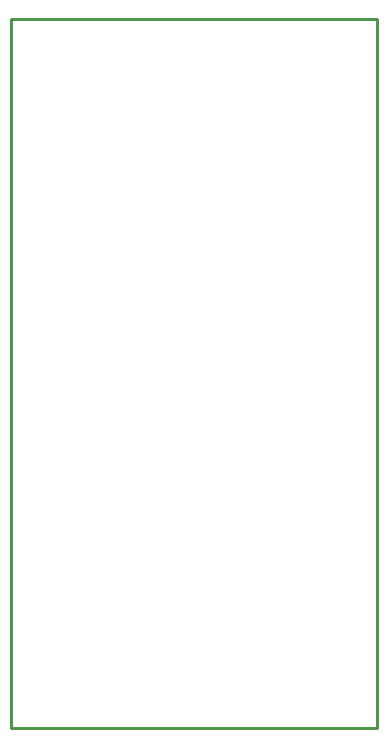
<source format=gm1>
%FSTAX23Y23*%
%MOIN*%
%SFA1B1*%

%IPPOS*%
%ADD13C,0.010000*%
%LNpcb1-1*%
%LPD*%
G54D13*
X01279Y0D02*
Y02362D01*
X00059Y0D02*
X01279D01*
X00059D02*
Y02362D01*
X01279*
Y0D02*
Y02362D01*
X00059Y0D02*
X01279D01*
X00059D02*
Y02362D01*
X01279*
M02*
</source>
